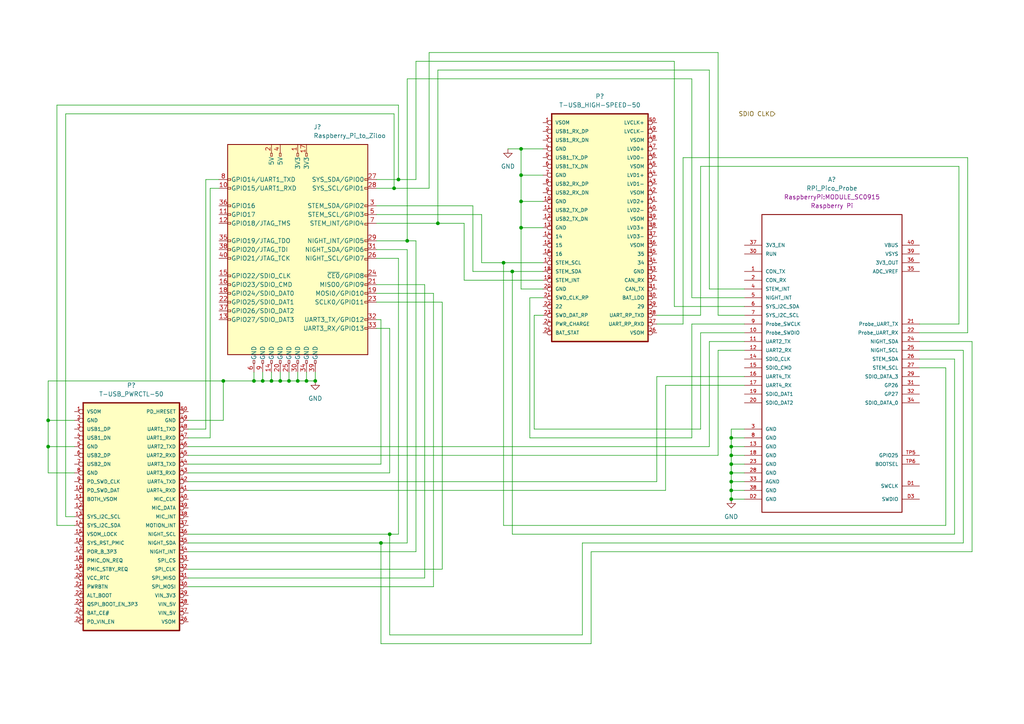
<source format=kicad_sch>
(kicad_sch (version 20211123) (generator eeschema)
  (paper "A4")
  (lib_symbols
    (symbol "Connector:Raspberry_Pi_to_Ziloo" (pin_names (offset 1.016))
      (property "Reference" "J" (at -17.78 31.75 0))
      (property "Value" "Raspberry_Pi_to_Ziloo" (at 10.16 -31.75 0))
      (symbol "Raspberry_Pi_to_Ziloo_0_1"
        (rectangle (start -17.78 33.02) (end 22.86 -27.94) (stroke (width 0.254)) (fill (type background)))
      )
      (symbol "Raspberry_Pi_to_Ziloo_1_1"
        (rectangle (start -16.891 -17.526) (end -17.78 -18.034))
        (rectangle (start -16.891 -14.986) (end -17.78 -15.494))
        (rectangle (start -16.891 -12.446) (end -17.78 -12.954))
        (rectangle (start -16.891 -9.906) (end -17.78 -10.414))
        (rectangle (start -16.891 -7.366) (end -17.78 -7.874))
        (rectangle (start -16.891 -4.826) (end -17.78 -5.334))
        (rectangle (start -16.891 0.254) (end -17.78 -0.254))
        (rectangle (start -16.891 2.794) (end -17.78 2.286))
        (rectangle (start -16.891 5.334) (end -17.78 4.826))
        (rectangle (start -16.891 10.414) (end -17.78 9.906))
        (rectangle (start -16.891 12.954) (end -17.78 12.446))
        (rectangle (start -16.891 15.494) (end -17.78 14.986))
        (rectangle (start -16.891 20.574) (end -17.78 20.066))
        (rectangle (start -16.891 23.114) (end -17.78 22.606))
        (rectangle (start -10.414 -29.591) (end -9.906 -30.48))
        (rectangle (start -7.874 -29.591) (end -7.366 -30.48))
        (rectangle (start -5.334 -29.591) (end -4.826 -30.48))
        (rectangle (start -5.334 30.48) (end -4.826 29.591))
        (rectangle (start -2.794 -29.591) (end -2.286 -30.48))
        (rectangle (start -2.794 30.48) (end -2.286 29.591))
        (rectangle (start -0.254 -29.591) (end 0.254 -30.48))
        (rectangle (start 2.286 -29.591) (end 2.794 -30.48))
        (rectangle (start 2.286 30.48) (end 2.794 29.591))
        (rectangle (start 4.826 -29.591) (end 5.334 -30.48))
        (rectangle (start 4.826 30.48) (end 5.334 29.591))
        (rectangle (start 7.366 -29.591) (end 7.874 -30.48))
        (rectangle (start 22.86 -20.066) (end 21.971 -20.574))
        (rectangle (start 22.86 -17.526) (end 21.971 -18.034))
        (rectangle (start 22.86 -12.446) (end 21.971 -12.954))
        (rectangle (start 22.86 -9.906) (end 21.971 -10.414))
        (rectangle (start 22.86 -7.366) (end 21.971 -7.874))
        (rectangle (start 22.86 -4.826) (end 21.971 -5.334))
        (rectangle (start 22.86 0) (end 21.971 -0.508))
        (rectangle (start 22.86 2.794) (end 21.971 2.286))
        (rectangle (start 22.86 5.334) (end 21.971 4.826))
        (rectangle (start 22.86 10.16) (end 21.971 9.652))
        (rectangle (start 22.86 12.954) (end 21.971 12.446))
        (rectangle (start 22.86 15.494) (end 21.971 14.986))
        (rectangle (start 22.86 20.574) (end 21.971 20.066))
        (rectangle (start 22.86 23.114) (end 21.971 22.606))
        (pin power_in line (at 2.54 33.02 270) (length 2.54) (name "3V3") (number "1"))
        (pin bidirectional line (at -20.32 20.32 0) (length 2.54) (name "GPIO15/UART1_RXD") (number "10"))
        (pin bidirectional line (at -20.32 12.7 0) (length 2.54) (name "GPIO17") (number "11"))
        (pin bidirectional line (at -20.32 10.16 0) (length 2.54) (name "GPIO18/JTAG_TMS") (number "12"))
        (pin bidirectional line (at -20.32 -17.78 0) (length 2.54) (name "GPIO27/SDIO_DAT3") (number "13"))
        (pin power_in line (at -5.08 -33.02 90) (length 2.54) (name "GND") (number "14"))
        (pin bidirectional line (at -20.32 -5.08 0) (length 2.54) (name "GPIO22/SDIO_CLK") (number "15"))
        (pin bidirectional line (at -20.32 -7.62 0) (length 2.54) (name "GPIO23/SDIO_CMD") (number "16"))
        (pin power_in line (at 5.08 33.02 270) (length 2.54) (name "3V3") (number "17"))
        (pin bidirectional line (at -20.32 -10.16 0) (length 2.54) (name "GPIO24/SDIO_DAT0") (number "18"))
        (pin bidirectional line (at 25.4 -10.16 180) (length 2.54) (name "MOSI0/GPIO10") (number "19"))
        (pin power_in line (at -5.08 33.02 270) (length 2.54) (name "5V") (number "2"))
        (pin power_in line (at -2.54 -33.02 90) (length 2.54) (name "GND") (number "20"))
        (pin bidirectional line (at 25.4 -7.62 180) (length 2.54) (name "MISO0/GPIO9") (number "21"))
        (pin bidirectional line (at -20.32 -12.7 0) (length 2.54) (name "GPIO25/SDIO_DAT1") (number "22"))
        (pin bidirectional line (at 25.4 -12.7 180) (length 2.54) (name "SCLK0/GPIO11") (number "23"))
        (pin bidirectional line (at 25.4 -5.08 180) (length 2.54) (name "~{CE0}/GPIO8") (number "24"))
        (pin power_in line (at 0 -33.02 90) (length 2.54) (name "GND") (number "25"))
        (pin bidirectional line (at 25.4 0 180) (length 2.54) (name "NIGHT_SCL/GPIO7") (number "26"))
        (pin bidirectional line (at 25.4 22.86 180) (length 2.54) (name "SYS_SDA/GPIO0") (number "27"))
        (pin bidirectional line (at 25.4 20.32 180) (length 2.54) (name "SYS_SCL/GPIO1") (number "28"))
        (pin bidirectional line (at 25.4 5.08 180) (length 2.54) (name "NIGHT_INT/GPIO5") (number "29"))
        (pin bidirectional line (at 25.4 15.24 180) (length 2.54) (name "STEM_SDA/GPIO2") (number "3"))
        (pin power_in line (at 2.54 -33.02 90) (length 2.54) (name "GND") (number "30"))
        (pin bidirectional line (at 25.4 2.54 180) (length 2.54) (name "NIGHT_SDA/GPIO6") (number "31"))
        (pin bidirectional line (at 25.4 -17.78 180) (length 2.54) (name "UART3_TX/GPIO12") (number "32"))
        (pin bidirectional line (at 25.4 -20.32 180) (length 2.54) (name "UART3_RX/GPIO13") (number "33"))
        (pin power_in line (at 5.08 -33.02 90) (length 2.54) (name "GND") (number "34"))
        (pin bidirectional line (at -20.32 5.08 0) (length 2.54) (name "GPIO19/JTAG_TDO") (number "35"))
        (pin bidirectional line (at -20.32 15.24 0) (length 2.54) (name "GPIO16") (number "36"))
        (pin bidirectional line (at -20.32 -15.24 0) (length 2.54) (name "GPIO26/SDIO_DAT2") (number "37"))
        (pin bidirectional line (at -20.32 2.54 0) (length 2.54) (name "GPIO20/JTAG_TDI") (number "38"))
        (pin power_in line (at 7.62 -33.02 90) (length 2.54) (name "GND") (number "39"))
        (pin power_in line (at -2.54 33.02 270) (length 2.54) (name "5V") (number "4"))
        (pin bidirectional line (at -20.32 0 0) (length 2.54) (name "GPIO21/JTAG_TCK") (number "40"))
        (pin bidirectional line (at 25.4 12.7 180) (length 2.54) (name "STEM_SCL/GPIO3") (number "5"))
        (pin power_in line (at -10.16 -33.02 90) (length 2.54) (name "GND") (number "6"))
        (pin bidirectional line (at 25.4 10.16 180) (length 2.54) (name "STEM_INT/GPIO4") (number "7"))
        (pin bidirectional line (at -20.32 22.86 0) (length 2.54) (name "GPIO14/UART1_TXD") (number "8"))
        (pin power_in line (at -7.62 -33.02 90) (length 2.54) (name "GND") (number "9"))
      )
    )
    (symbol "DF40C-50DS:T-USB_HIGH-SPEED-50" (pin_names (offset 1.016))
      (property "Reference" "P" (at -16.51 33.6804 0))
      (property "Value" "T-USB_HIGH-SPEED-50" (at -11.4554 -36.8808 0))
      (symbol "T-USB_HIGH-SPEED-50_0_0"
        (rectangle (start -13.97 -33.02) (end 13.97 33.02) (stroke (width 0.4064)) (fill (type background)))
        (pin passive inverted (at -16.51 30.48 0) (length 2.54) (name "VSOM") (number "1"))
        (pin passive inverted (at -16.51 7.62 0) (length 2.54) (name "GND") (number "10"))
        (pin passive inverted (at -16.51 5.08 0) (length 2.54) (name "USB2_TX_DP") (number "11"))
        (pin passive inverted (at -16.51 2.54 0) (length 2.54) (name "USB2_TX_DN") (number "12"))
        (pin passive inverted (at -16.51 0 0) (length 2.54) (name "GND") (number "13"))
        (pin passive inverted (at -16.51 -2.54 0) (length 2.54) (name "14") (number "14"))
        (pin passive inverted (at -16.51 -5.08 0) (length 2.54) (name "15") (number "15"))
        (pin passive inverted (at -16.51 -7.62 0) (length 2.54) (name "16") (number "16"))
        (pin passive inverted (at -16.51 -10.16 0) (length 2.54) (name "STEM_SCL") (number "17"))
        (pin passive inverted (at -16.51 -12.7 0) (length 2.54) (name "STEM_SDA") (number "18"))
        (pin passive inverted (at -16.51 -15.24 0) (length 2.54) (name "STEM_INT") (number "19"))
        (pin passive inverted (at -16.51 27.94 0) (length 2.54) (name "USB1_RX_DP") (number "2"))
        (pin passive inverted (at -16.51 -17.78 0) (length 2.54) (name "GND") (number "20"))
        (pin passive inverted (at -16.51 -20.32 0) (length 2.54) (name "SWD_CLK_RP") (number "21"))
        (pin passive inverted (at -16.51 -22.86 0) (length 2.54) (name "22") (number "22"))
        (pin passive inverted (at -16.51 -25.4 0) (length 2.54) (name "SWD_DAT_RP") (number "23"))
        (pin passive inverted (at -16.51 -27.94 0) (length 2.54) (name "PWR_CHARGE") (number "24"))
        (pin passive inverted (at -16.51 -30.48 0) (length 2.54) (name "BAT_STAT") (number "25"))
        (pin passive inverted (at 16.51 -30.48 180) (length 2.54) (name "VSOM") (number "26"))
        (pin passive inverted (at 16.51 -27.94 180) (length 2.54) (name "UART_RP_RXD") (number "27"))
        (pin passive inverted (at 16.51 -25.4 180) (length 2.54) (name "UART_RP_TXD") (number "28"))
        (pin passive inverted (at 16.51 -22.86 180) (length 2.54) (name "29") (number "29"))
        (pin passive inverted (at -16.51 25.4 0) (length 2.54) (name "USB1_RX_DN") (number "3"))
        (pin passive inverted (at 16.51 -20.32 180) (length 2.54) (name "BAT_LDO") (number "30"))
        (pin passive inverted (at 16.51 -17.78 180) (length 2.54) (name "CAN_TX") (number "31"))
        (pin passive inverted (at 16.51 -15.24 180) (length 2.54) (name "CAN_RX") (number "32"))
        (pin passive inverted (at 16.51 -12.7 180) (length 2.54) (name "GND") (number "33"))
        (pin passive inverted (at 16.51 -10.16 180) (length 2.54) (name "34") (number "34"))
        (pin passive inverted (at 16.51 -7.62 180) (length 2.54) (name "35") (number "35"))
        (pin passive inverted (at 16.51 -5.08 180) (length 2.54) (name "VSOM") (number "36"))
        (pin passive inverted (at 16.51 -2.54 180) (length 2.54) (name "LVD3-") (number "37"))
        (pin passive inverted (at 16.51 0 180) (length 2.54) (name "LVD3+") (number "38"))
        (pin passive inverted (at 16.51 2.54 180) (length 2.54) (name "VSOM") (number "39"))
        (pin passive inverted (at -16.51 22.86 0) (length 2.54) (name "GND") (number "4"))
        (pin passive inverted (at 16.51 5.08 180) (length 2.54) (name "LVD2-") (number "40"))
        (pin passive inverted (at 16.51 7.62 180) (length 2.54) (name "LVD2+") (number "41"))
        (pin passive inverted (at 16.51 10.16 180) (length 2.54) (name "VSOM") (number "42"))
        (pin passive inverted (at 16.51 12.7 180) (length 2.54) (name "LVD1-") (number "43"))
        (pin passive inverted (at 16.51 15.24 180) (length 2.54) (name "LVD1+") (number "44"))
        (pin passive inverted (at 16.51 17.78 180) (length 2.54) (name "VSOM") (number "45"))
        (pin passive inverted (at 16.51 20.32 180) (length 2.54) (name "LVD0-") (number "46"))
        (pin passive inverted (at 16.51 22.86 180) (length 2.54) (name "LVD0+") (number "47"))
        (pin passive inverted (at 16.51 25.4 180) (length 2.54) (name "VSOM") (number "48"))
        (pin passive inverted (at 16.51 27.94 180) (length 2.54) (name "LVCLK-") (number "49"))
        (pin passive inverted (at -16.51 20.32 0) (length 2.54) (name "USB1_TX_DP") (number "5"))
        (pin passive inverted (at 16.51 30.48 180) (length 2.54) (name "LVCLK+") (number "50"))
        (pin passive inverted (at -16.51 17.78 0) (length 2.54) (name "USB1_TX_DN") (number "6"))
        (pin passive inverted (at -16.51 15.24 0) (length 2.54) (name "GND") (number "7"))
        (pin passive inverted (at -16.51 12.7 0) (length 2.54) (name "USB2_RX_DP") (number "8"))
        (pin passive inverted (at -16.51 10.16 0) (length 2.54) (name "USB2_RX_DN") (number "9"))
      )
    )
    (symbol "DF40C-50DS:T-USB_PWRCTL-50" (pin_names (offset 1.016))
      (property "Reference" "P" (at -16.51 33.6804 0))
      (property "Value" "T-USB_PWRCTL-50" (at -11.4554 -36.8808 0))
      (symbol "T-USB_PWRCTL-50_0_0"
        (rectangle (start -13.97 -33.02) (end 13.97 33.02) (stroke (width 0.4064)) (fill (type background)))
        (pin passive inverted (at -16.51 30.48 0) (length 2.54) (name "VSOM") (number "1"))
        (pin passive inverted (at -16.51 7.62 0) (length 2.54) (name "PD_SWD_DAT") (number "10"))
        (pin passive inverted (at -16.51 5.08 0) (length 2.54) (name "BOTH_VSOM") (number "11"))
        (pin passive inverted (at -16.51 2.54 0) (length 2.54) (name "") (number "12"))
        (pin passive inverted (at -16.51 0 0) (length 2.54) (name "SYS_I2C_SCL") (number "13"))
        (pin passive inverted (at -16.51 -2.54 0) (length 2.54) (name "SYS_I2C_SDA") (number "14"))
        (pin passive inverted (at -16.51 -5.08 0) (length 2.54) (name "VSOM_LOCK") (number "15"))
        (pin passive inverted (at -16.51 -7.62 0) (length 2.54) (name "SYS_RST_PMIC") (number "16"))
        (pin passive inverted (at -16.51 -10.16 0) (length 2.54) (name "POR_B_3P3") (number "17"))
        (pin passive inverted (at -16.51 -12.7 0) (length 2.54) (name "PMIC_ON_REQ") (number "18"))
        (pin passive inverted (at -16.51 -15.24 0) (length 2.54) (name "PMIC_STBY_REQ") (number "19"))
        (pin passive inverted (at -16.51 27.94 0) (length 2.54) (name "GND") (number "2"))
        (pin passive inverted (at -16.51 -17.78 0) (length 2.54) (name "VCC_RTC") (number "20"))
        (pin passive inverted (at -16.51 -20.32 0) (length 2.54) (name "PWRBTN") (number "21"))
        (pin passive inverted (at -16.51 -22.86 0) (length 2.54) (name "ALT_BOOT") (number "22"))
        (pin passive inverted (at -16.51 -25.4 0) (length 2.54) (name "QSPI_BOOT_EN_3P3") (number "23"))
        (pin passive inverted (at -16.51 -27.94 0) (length 2.54) (name "BAT_CE#") (number "24"))
        (pin passive inverted (at -16.51 -30.48 0) (length 2.54) (name "PD_VIN_EN") (number "25"))
        (pin passive inverted (at 16.51 -30.48 180) (length 2.54) (name "VSOM") (number "26"))
        (pin passive inverted (at 16.51 -27.94 180) (length 2.54) (name "VIN_5V") (number "27"))
        (pin passive inverted (at 16.51 -25.4 180) (length 2.54) (name "VIN_5V") (number "28"))
        (pin passive inverted (at 16.51 -22.86 180) (length 2.54) (name "VIN_3V3") (number "29"))
        (pin passive inverted (at -16.51 25.4 0) (length 2.54) (name "USB1_DP") (number "3"))
        (pin passive inverted (at 16.51 -20.32 180) (length 2.54) (name "SPI_MOSI") (number "30"))
        (pin passive inverted (at 16.51 -17.78 180) (length 2.54) (name "SPI_MISO") (number "31"))
        (pin passive inverted (at 16.51 -15.24 180) (length 2.54) (name "SPI_CLK") (number "32"))
        (pin passive inverted (at 16.51 -12.7 180) (length 2.54) (name "SPI_CS") (number "33"))
        (pin passive inverted (at 16.51 -10.16 180) (length 2.54) (name "NIGHT_INT") (number "34"))
        (pin passive inverted (at 16.51 -7.62 180) (length 2.54) (name "NIGHT_SDA") (number "35"))
        (pin passive inverted (at 16.51 -5.08 180) (length 2.54) (name "NIGHT_SCL") (number "36"))
        (pin passive inverted (at 16.51 -2.54 180) (length 2.54) (name "MOTION_INT") (number "37"))
        (pin passive inverted (at 16.51 0 180) (length 2.54) (name "MIC_INT") (number "38"))
        (pin passive inverted (at 16.51 2.54 180) (length 2.54) (name "MIC_DATA") (number "39"))
        (pin passive inverted (at -16.51 22.86 0) (length 2.54) (name "USB1_DN") (number "4"))
        (pin passive inverted (at 16.51 5.08 180) (length 2.54) (name "MIC_CLK") (number "40"))
        (pin passive inverted (at 16.51 7.62 180) (length 2.54) (name "UART4_RXD") (number "41"))
        (pin passive inverted (at 16.51 10.16 180) (length 2.54) (name "UART4_TXD") (number "42"))
        (pin passive inverted (at 16.51 12.7 180) (length 2.54) (name "UART3_RXD") (number "43"))
        (pin passive inverted (at 16.51 15.24 180) (length 2.54) (name "UART3_TXD") (number "44"))
        (pin passive inverted (at 16.51 17.78 180) (length 2.54) (name "UART2_RXD") (number "45"))
        (pin passive inverted (at 16.51 20.32 180) (length 2.54) (name "UART2_TXD") (number "46"))
        (pin passive inverted (at 16.51 22.86 180) (length 2.54) (name "UART1_RXD") (number "47"))
        (pin passive inverted (at 16.51 25.4 180) (length 2.54) (name "UART1_TXD") (number "48"))
        (pin passive inverted (at 16.51 27.94 180) (length 2.54) (name "GND") (number "49"))
        (pin passive inverted (at -16.51 20.32 0) (length 2.54) (name "GND") (number "5"))
        (pin passive inverted (at 16.51 30.48 180) (length 2.54) (name "PD_HRESET") (number "50"))
        (pin passive inverted (at -16.51 17.78 0) (length 2.54) (name "USB2_DP") (number "6"))
        (pin passive inverted (at -16.51 15.24 0) (length 2.54) (name "USB2_DN") (number "7"))
        (pin passive inverted (at -16.51 12.7 0) (length 2.54) (name "GND") (number "8"))
        (pin passive inverted (at -16.51 10.16 0) (length 2.54) (name "PD_SWD_CLK") (number "9"))
      )
    )
    (symbol "RPi Pico:RPi_Pico_Probe" (pin_names (offset 1.016))
      (property "Reference" "A1" (at 0 50.8 0))
      (property "Value" "RPi_Pico_Probe" (at 0 48.26 0))
      (property "Footprint" "RaspberryPi:MODULE_SC0915" (at -12.7 -46.99 0))
      (property "manufacturer" "Raspberry Pi" (at 0 45.72 0))
      (symbol "RPi_Pico_Probe_0_0"
        (rectangle (start -20.32 -43.18) (end 20.32 43.18) (stroke (width 0.254)))
        (pin bidirectional line (at -25.4 26.67 0) (length 5.08) (name "CON_TX") (number "1"))
        (pin bidirectional line (at -25.4 8.89 0) (length 5.08) (name "Probe_SWDIO") (number "10"))
        (pin bidirectional line (at -25.4 6.35 0) (length 5.08) (name "UART2_TX") (number "11"))
        (pin bidirectional line (at -25.4 3.81 0) (length 5.08) (name "UART2_RX") (number "12"))
        (pin power_in line (at -25.4 -24.13 0) (length 5.08) (name "GND") (number "13"))
        (pin bidirectional line (at -25.4 1.27 0) (length 5.08) (name "SDIO_CLK") (number "14"))
        (pin bidirectional line (at -25.4 -1.27 0) (length 5.08) (name "SDIO_CMD") (number "15"))
        (pin bidirectional line (at -25.4 -3.81 0) (length 5.08) (name "UART4_TX") (number "16"))
        (pin bidirectional line (at -25.4 -6.35 0) (length 5.08) (name "UART4_RX") (number "17"))
        (pin power_in line (at -25.4 -26.67 0) (length 5.08) (name "GND") (number "18"))
        (pin bidirectional line (at -25.4 -8.89 0) (length 5.08) (name "SDIO_DAT1") (number "19"))
        (pin bidirectional line (at -25.4 24.13 0) (length 5.08) (name "CON_RX") (number "2"))
        (pin bidirectional line (at -25.4 -11.43 0) (length 5.08) (name "SDIO_DAT2") (number "20"))
        (pin bidirectional line (at 25.4 11.43 180) (length 5.08) (name "Probe_UART_TX") (number "21"))
        (pin bidirectional line (at 25.4 8.89 180) (length 5.08) (name "Probe_UART_RX") (number "22"))
        (pin power_in line (at -25.4 -29.21 0) (length 5.08) (name "GND") (number "23"))
        (pin bidirectional line (at 25.4 6.35 180) (length 5.08) (name "NIGHT_SDA") (number "24"))
        (pin bidirectional line (at 25.4 3.81 180) (length 5.08) (name "NIGHT_SCL") (number "25"))
        (pin bidirectional line (at 25.4 1.27 180) (length 5.08) (name "STEM_SDA") (number "26"))
        (pin bidirectional line (at 25.4 -1.27 180) (length 5.08) (name "STEM_SCL") (number "27"))
        (pin power_in line (at -25.4 -31.75 0) (length 5.08) (name "GND") (number "28"))
        (pin bidirectional line (at 25.4 -3.81 180) (length 5.08) (name "SDIO_DATA_3") (number "29"))
        (pin power_in line (at -25.4 -19.05 0) (length 5.08) (name "GND") (number "3"))
        (pin input line (at -25.4 31.75 0) (length 5.08) (name "RUN") (number "30"))
        (pin bidirectional line (at 25.4 -6.35 180) (length 5.08) (name "GP26") (number "31"))
        (pin bidirectional line (at 25.4 -8.89 180) (length 5.08) (name "GP27") (number "32"))
        (pin power_in line (at -25.4 -34.29 0) (length 5.08) (name "AGND") (number "33"))
        (pin bidirectional line (at 25.4 -11.43 180) (length 5.08) (name "SDIO_DATA_0") (number "34"))
        (pin power_in line (at 25.4 26.67 180) (length 5.08) (name "ADC_VREF") (number "35"))
        (pin power_in line (at 25.4 29.21 180) (length 5.08) (name "3V3_OUT") (number "36"))
        (pin input line (at -25.4 34.29 0) (length 5.08) (name "3V3_EN") (number "37"))
        (pin power_in line (at -25.4 -36.83 0) (length 5.08) (name "GND") (number "38"))
        (pin free line (at 25.4 31.75 180) (length 5.08) (name "VSYS") (number "39"))
        (pin bidirectional line (at -25.4 21.59 0) (length 5.08) (name "STEM_INT") (number "4"))
        (pin free line (at 25.4 34.29 180) (length 5.08) (name "VBUS") (number "40"))
        (pin bidirectional line (at -25.4 19.05 0) (length 5.08) (name "NIGHT_INT") (number "5"))
        (pin bidirectional line (at -25.4 16.51 0) (length 5.08) (name "SYS_I2C_SDA") (number "6"))
        (pin bidirectional line (at -25.4 13.97 0) (length 5.08) (name "SYS_I2C_SCL") (number "7"))
        (pin power_in line (at -25.4 -21.59 0) (length 5.08) (name "GND") (number "8"))
        (pin bidirectional line (at -25.4 11.43 0) (length 5.08) (name "Probe_SWCLK") (number "9"))
        (pin bidirectional line (at 25.4 -35.56 180) (length 5.08) (name "SWCLK") (number "D1"))
        (pin power_in line (at -25.4 -39.37 0) (length 5.08) (name "GND") (number "D2"))
        (pin bidirectional line (at 25.4 -39.37 180) (length 5.08) (name "SWDIO") (number "D3"))
        (pin bidirectional line (at 25.4 -26.67 180) (length 5.08) (name "GPIO25") (number "TP5"))
        (pin bidirectional line (at 25.4 -29.21 180) (length 5.08) (name "BOOTSEL") (number "TP6"))
      )
    )
    (symbol "power:GND" (power) (pin_names (offset 0))
      (property "Value" "GND" (at 0 -3.81 0))
      (symbol "GND_0_1"
        (polyline (pts (xy 0 0) (xy 0 -1.27) (xy 1.27 -1.27) (xy 0 -2.54) (xy -1.27 -1.27) (xy 0 -1.27)))
      )
      (symbol "GND_1_1"
        (pin power_in line (at 0 0 270) (length 0) hide (name "GND") (number "1"))
      )
    )
  )
  (junction (at 212.09 144.78))
  (junction (at 127 64.77))
  (junction (at 146.05 76.2))
  (junction (at 13.97 121.92))
  (junction (at 212.09 129.54))
  (junction (at 212.09 137.16))
  (junction (at 81.28 110.49))
  (junction (at 148.59 78.74))
  (junction (at 83.82 110.49))
  (junction (at 212.09 134.62))
  (junction (at 212.09 139.7))
  (junction (at 91.44 110.49))
  (junction (at 78.74 110.49))
  (junction (at 151.13 58.42))
  (junction (at 76.2 110.49))
  (junction (at 88.9 110.49))
  (junction (at 114.3 54.61))
  (junction (at 151.13 50.8))
  (junction (at 212.09 142.24))
  (junction (at 110.49 157.48))
  (junction (at 151.13 43.18))
  (junction (at 73.66 110.49))
  (junction (at 151.13 66.04))
  (junction (at 212.09 132.08))
  (junction (at 115.57 52.07))
  (junction (at 64.77 110.49))
  (junction (at 212.09 127))
  (junction (at 86.36 110.49))
  (junction (at 13.97 129.54))
  (junction (at 113.03 154.94))
  (junction (at 118.11 69.85))
  (wire (pts (xy 63.5 52.07) (xy 59.69 52.07)))
  (wire (pts (xy 151.13 83.82) (xy 157.48 83.82)))
  (wire (pts (xy 137.16 59.69) (xy 137.16 78.74)))
  (wire (pts (xy 151.13 58.42) (xy 157.48 58.42)))
  (wire (pts (xy 276.86 154.94) (xy 148.59 154.94)))
  (wire (pts (xy 280.67 45.72) (xy 280.67 96.52)))
  (wire (pts (xy 19.05 33.02) (xy 114.3 33.02)))
  (wire (pts (xy 171.45 186.69) (xy 110.49 186.69)))
  (wire (pts (xy 212.09 144.78) (xy 212.09 142.24)))
  (wire (pts (xy 76.2 107.95) (xy 76.2 110.49)))
  (wire (pts (xy 266.7 99.06) (xy 281.94 99.06)))
  (wire (pts (xy 109.22 64.77) (xy 127 64.77)))
  (wire (pts (xy 113.03 137.16) (xy 113.03 95.25)))
  (wire (pts (xy 134.62 81.28) (xy 157.48 81.28)))
  (wire (pts (xy 212.09 132.08) (xy 215.9 132.08)))
  (wire (pts (xy 153.67 86.36) (xy 153.67 127)))
  (wire (pts (xy 113.03 95.25) (xy 109.22 95.25)))
  (wire (pts (xy 168.91 184.15) (xy 113.03 184.15)))
  (wire (pts (xy 212.09 129.54) (xy 212.09 127)))
  (wire (pts (xy 151.13 83.82) (xy 151.13 66.04)))
  (wire (pts (xy 146.05 76.2) (xy 157.48 76.2)))
  (wire (pts (xy 205.74 83.82) (xy 205.74 20.32)))
  (wire (pts (xy 54.61 121.92) (xy 64.77 121.92)))
  (wire (pts (xy 73.66 110.49) (xy 64.77 110.49)))
  (wire (pts (xy 123.19 82.55) (xy 109.22 82.55)))
  (wire (pts (xy 115.57 74.93) (xy 115.57 154.94)))
  (wire (pts (xy 109.22 69.85) (xy 118.11 69.85)))
  (wire (pts (xy 19.05 149.86) (xy 19.05 33.02)))
  (wire (pts (xy 110.49 92.71) (xy 110.49 134.62)))
  (wire (pts (xy 54.61 132.08) (xy 208.28 132.08)))
  (wire (pts (xy 21.59 152.4) (xy 16.51 152.4)))
  (wire (pts (xy 13.97 110.49) (xy 13.97 121.92)))
  (wire (pts (xy 215.9 88.9) (xy 195.58 88.9)))
  (wire (pts (xy 78.74 107.95) (xy 78.74 110.49)))
  (wire (pts (xy 110.49 186.69) (xy 110.49 157.48)))
  (wire (pts (xy 190.5 109.22) (xy 215.9 109.22)))
  (wire (pts (xy 203.2 91.44) (xy 203.2 48.26)))
  (wire (pts (xy 205.74 99.06) (xy 215.9 99.06)))
  (wire (pts (xy 120.65 17.78) (xy 120.65 52.07)))
  (wire (pts (xy 198.12 93.98) (xy 198.12 45.72)))
  (wire (pts (xy 200.66 93.98) (xy 215.9 93.98)))
  (wire (pts (xy 153.67 127) (xy 200.66 127)))
  (wire (pts (xy 212.09 139.7) (xy 212.09 137.16)))
  (wire (pts (xy 190.5 93.98) (xy 198.12 93.98)))
  (wire (pts (xy 212.09 137.16) (xy 215.9 137.16)))
  (wire (pts (xy 205.74 20.32) (xy 127 20.32)))
  (wire (pts (xy 281.94 160.02) (xy 171.45 160.02)))
  (wire (pts (xy 54.61 142.24) (xy 193.04 142.24)))
  (wire (pts (xy 124.46 54.61) (xy 114.3 54.61)))
  (wire (pts (xy 195.58 17.78) (xy 120.65 17.78)))
  (wire (pts (xy 13.97 129.54) (xy 13.97 137.16)))
  (wire (pts (xy 109.22 74.93) (xy 115.57 74.93)))
  (wire (pts (xy 208.28 101.6) (xy 215.9 101.6)))
  (wire (pts (xy 266.7 106.68) (xy 274.32 106.68)))
  (wire (pts (xy 190.5 139.7) (xy 190.5 109.22)))
  (wire (pts (xy 200.66 127) (xy 200.66 93.98)))
  (wire (pts (xy 280.67 96.52) (xy 266.7 96.52)))
  (wire (pts (xy 212.09 124.46) (xy 215.9 124.46)))
  (wire (pts (xy 134.62 64.77) (xy 134.62 81.28)))
  (wire (pts (xy 203.2 96.52) (xy 215.9 96.52)))
  (wire (pts (xy 120.65 160.02) (xy 54.61 160.02)))
  (wire (pts (xy 266.7 104.14) (xy 276.86 104.14)))
  (wire (pts (xy 151.13 50.8) (xy 151.13 43.18)))
  (wire (pts (xy 91.44 110.49) (xy 88.9 110.49)))
  (wire (pts (xy 13.97 137.16) (xy 21.59 137.16)))
  (wire (pts (xy 13.97 121.92) (xy 13.97 129.54)))
  (wire (pts (xy 279.4 157.48) (xy 168.91 157.48)))
  (wire (pts (xy 73.66 107.95) (xy 73.66 110.49)))
  (wire (pts (xy 123.19 167.64) (xy 123.19 82.55)))
  (wire (pts (xy 109.22 72.39) (xy 118.11 72.39)))
  (wire (pts (xy 54.61 129.54) (xy 205.74 129.54)))
  (wire (pts (xy 212.09 132.08) (xy 212.09 129.54)))
  (wire (pts (xy 21.59 149.86) (xy 19.05 149.86)))
  (wire (pts (xy 125.73 85.09) (xy 109.22 85.09)))
  (wire (pts (xy 109.22 59.69) (xy 137.16 59.69)))
  (wire (pts (xy 215.9 91.44) (xy 208.28 91.44)))
  (wire (pts (xy 200.66 22.86) (xy 118.11 22.86)))
  (wire (pts (xy 212.09 137.16) (xy 212.09 134.62)))
  (wire (pts (xy 171.45 160.02) (xy 171.45 186.69)))
  (wire (pts (xy 13.97 121.92) (xy 21.59 121.92)))
  (wire (pts (xy 64.77 110.49) (xy 13.97 110.49)))
  (wire (pts (xy 215.9 144.78) (xy 212.09 144.78)))
  (wire (pts (xy 115.57 30.48) (xy 115.57 52.07)))
  (wire (pts (xy 200.66 86.36) (xy 200.66 22.86)))
  (wire (pts (xy 168.91 157.48) (xy 168.91 184.15)))
  (wire (pts (xy 208.28 15.24) (xy 124.46 15.24)))
  (wire (pts (xy 266.7 101.6) (xy 279.4 101.6)))
  (wire (pts (xy 59.69 124.46) (xy 54.61 124.46)))
  (wire (pts (xy 151.13 66.04) (xy 151.13 58.42)))
  (wire (pts (xy 54.61 137.16) (xy 113.03 137.16)))
  (wire (pts (xy 212.09 142.24) (xy 212.09 139.7)))
  (wire (pts (xy 54.61 167.64) (xy 123.19 167.64)))
  (wire (pts (xy 139.7 76.2) (xy 146.05 76.2)))
  (wire (pts (xy 76.2 110.49) (xy 73.66 110.49)))
  (wire (pts (xy 274.32 106.68) (xy 274.32 152.4)))
  (wire (pts (xy 109.22 62.23) (xy 139.7 62.23)))
  (wire (pts (xy 151.13 66.04) (xy 157.48 66.04)))
  (wire (pts (xy 13.97 129.54) (xy 21.59 129.54)))
  (wire (pts (xy 212.09 139.7) (xy 215.9 139.7)))
  (wire (pts (xy 208.28 91.44) (xy 208.28 15.24)))
  (wire (pts (xy 81.28 110.49) (xy 78.74 110.49)))
  (wire (pts (xy 127 64.77) (xy 134.62 64.77)))
  (wire (pts (xy 125.73 170.18) (xy 125.73 85.09)))
  (wire (pts (xy 110.49 157.48) (xy 54.61 157.48)))
  (wire (pts (xy 148.59 78.74) (xy 157.48 78.74)))
  (wire (pts (xy 78.74 110.49) (xy 76.2 110.49)))
  (wire (pts (xy 127 20.32) (xy 127 64.77)))
  (wire (pts (xy 195.58 88.9) (xy 195.58 17.78)))
  (wire (pts (xy 124.46 15.24) (xy 124.46 54.61)))
  (wire (pts (xy 212.09 129.54) (xy 215.9 129.54)))
  (wire (pts (xy 110.49 134.62) (xy 54.61 134.62)))
  (wire (pts (xy 215.9 86.36) (xy 200.66 86.36)))
  (wire (pts (xy 83.82 110.49) (xy 81.28 110.49)))
  (wire (pts (xy 137.16 78.74) (xy 148.59 78.74)))
  (wire (pts (xy 198.12 45.72) (xy 280.67 45.72)))
  (wire (pts (xy 212.09 134.62) (xy 215.9 134.62)))
  (wire (pts (xy 88.9 110.49) (xy 86.36 110.49)))
  (wire (pts (xy 81.28 107.95) (xy 81.28 110.49)))
  (wire (pts (xy 118.11 72.39) (xy 118.11 157.48)))
  (wire (pts (xy 203.2 124.46) (xy 203.2 96.52)))
  (wire (pts (xy 190.5 91.44) (xy 203.2 91.44)))
  (wire (pts (xy 157.48 86.36) (xy 153.67 86.36)))
  (wire (pts (xy 278.13 48.26) (xy 278.13 93.98)))
  (wire (pts (xy 109.22 92.71) (xy 110.49 92.71)))
  (wire (pts (xy 212.09 127) (xy 212.09 124.46)))
  (wire (pts (xy 88.9 107.95) (xy 88.9 110.49)))
  (wire (pts (xy 148.59 154.94) (xy 148.59 78.74)))
  (wire (pts (xy 193.04 142.24) (xy 193.04 111.76)))
  (wire (pts (xy 63.5 54.61) (xy 60.96 54.61)))
  (wire (pts (xy 118.11 69.85) (xy 120.65 69.85)))
  (wire (pts (xy 115.57 154.94) (xy 113.03 154.94)))
  (wire (pts (xy 205.74 129.54) (xy 205.74 99.06)))
  (wire (pts (xy 151.13 58.42) (xy 151.13 50.8)))
  (wire (pts (xy 278.13 93.98) (xy 266.7 93.98)))
  (wire (pts (xy 276.86 104.14) (xy 276.86 154.94)))
  (wire (pts (xy 147.32 43.18) (xy 151.13 43.18)))
  (wire (pts (xy 113.03 154.94) (xy 54.61 154.94)))
  (wire (pts (xy 128.27 87.63) (xy 109.22 87.63)))
  (wire (pts (xy 215.9 83.82) (xy 205.74 83.82)))
  (wire (pts (xy 113.03 184.15) (xy 113.03 154.94)))
  (wire (pts (xy 128.27 165.1) (xy 128.27 87.63)))
  (wire (pts (xy 60.96 127) (xy 54.61 127)))
  (wire (pts (xy 86.36 107.95) (xy 86.36 110.49)))
  (wire (pts (xy 59.69 52.07) (xy 59.69 124.46)))
  (wire (pts (xy 83.82 107.95) (xy 83.82 110.49)))
  (wire (pts (xy 154.94 124.46) (xy 203.2 124.46)))
  (wire (pts (xy 16.51 152.4) (xy 16.51 30.48)))
  (wire (pts (xy 151.13 50.8) (xy 157.48 50.8)))
  (wire (pts (xy 139.7 62.23) (xy 139.7 76.2)))
  (wire (pts (xy 212.09 127) (xy 215.9 127)))
  (wire (pts (xy 281.94 99.06) (xy 281.94 160.02)))
  (wire (pts (xy 115.57 52.07) (xy 109.22 52.07)))
  (wire (pts (xy 279.4 101.6) (xy 279.4 157.48)))
  (wire (pts (xy 86.36 110.49) (xy 83.82 110.49)))
  (wire (pts (xy 146.05 152.4) (xy 146.05 76.2)))
  (wire (pts (xy 120.65 52.07) (xy 115.57 52.07)))
  (wire (pts (xy 212.09 134.62) (xy 212.09 132.08)))
  (wire (pts (xy 118.11 22.86) (xy 118.11 69.85)))
  (wire (pts (xy 118.11 157.48) (xy 110.49 157.48)))
  (wire (pts (xy 212.09 142.24) (xy 215.9 142.24)))
  (wire (pts (xy 120.65 69.85) (xy 120.65 160.02)))
  (wire (pts (xy 16.51 30.48) (xy 115.57 30.48)))
  (wire (pts (xy 203.2 48.26) (xy 278.13 48.26)))
  (wire (pts (xy 114.3 54.61) (xy 109.22 54.61)))
  (wire (pts (xy 114.3 33.02) (xy 114.3 54.61)))
  (wire (pts (xy 54.61 139.7) (xy 190.5 139.7)))
  (wire (pts (xy 64.77 110.49) (xy 64.77 121.92)))
  (wire (pts (xy 274.32 152.4) (xy 146.05 152.4)))
  (wire (pts (xy 91.44 107.95) (xy 91.44 110.49)))
  (wire (pts (xy 157.48 91.44) (xy 154.94 91.44)))
  (wire (pts (xy 54.61 165.1) (xy 128.27 165.1)))
  (wire (pts (xy 151.13 43.18) (xy 157.48 43.18)))
  (wire (pts (xy 193.04 111.76) (xy 215.9 111.76)))
  (wire (pts (xy 54.61 170.18) (xy 125.73 170.18)))
  (wire (pts (xy 154.94 91.44) (xy 154.94 124.46)))
  (wire (pts (xy 208.28 132.08) (xy 208.28 101.6)))
  (wire (pts (xy 60.96 54.61) (xy 60.96 127)))
  (hierarchical_label "SDIO CLK" (shape input) (at 224.79 33.02 180))
  (symbol (lib_id "DF40C-50DS:T-USB_PWRCTL-50") (at 38.1 149.86 0) (unit 1)
    (property "Reference" "P?" (at 38.1 111.76 0))
    (property "Value" "T-USB_PWRCTL-50" (at 38.1 114.3 0))
    (property "Footprint" "HRS_DF40C-50DS-0.4V(51)" (effects hide))
    (property "MANUFACTURER" "Hirose Electric Co Ltd" (effects hide))
  )
  (symbol (lib_id "DF40C-50DS:T-USB_HIGH-SPEED-50") (at 173.99 66.04 0) (unit 1)
    (property "Reference" "P?" (at 173.99 27.94 0))
    (property "Value" "T-USB_HIGH-SPEED-50" (at 173.99 30.48 0))
    (property "Footprint" "HRS_DF40C-50DS-0.4V(51)" (effects hide))
    (property "MANUFACTURER" "Hirose Electric Co Ltd" (effects hide))
  )
  (symbol (lib_id "power:GND") (at 147.32 43.18 0) (unit 1)
    (property "Reference" "#PWR?" (effects hide))
    (property "Value" "GND" (at 147.32 48.26 0))
  )
  (symbol (lib_id "power:GND") (at 91.44 110.49 0) (unit 1)
    (property "Reference" "#PWR?" (effects hide))
    (property "Value" "GND" (at 91.44 115.57 0))
  )
  (symbol (lib_id "Connector:Raspberry_Pi_to_Ziloo") (at 83.82 74.93 0) (unit 1)
    (property "Reference" "J?" (at 90.9194 36.83 0) (effects (justify left)))
    (property "Value" "Raspberry_Pi_to_Ziloo" (at 90.9194 39.37 0) (effects (justify left)))
    (property "Datasheet" "https://www.raspberrypi.org/documentation/hardware/raspberrypi/schematics/rpi_SCH_3bplus_1p0_reduced.pdf" (effects hide))
  )
  (symbol (lib_id "power:GND") (at 212.09 144.78 0) (unit 1)
    (property "Reference" "#PWR?" (effects hide))
    (property "Value" "GND" (at 212.09 149.86 0))
  )
  (symbol (lib_id "RPi Pico:RPi_Pico_Probe") (at 241.3 105.41 0) (unit 1)
    (property "Reference" "A?" (at 241.3 52.07 0))
    (property "Value" "RPi_Pico_Probe" (at 241.3 54.61 0))
    (property "Footprint" "RaspberryPi:MODULE_SC0915" (at 241.3 57.15 0))
    (property "Datasheet" "https://datasheets.raspberrypi.com/pico/pico-datasheet.pdf" (effects hide))
    (property "manufacturer" "Raspberry Pi" (at 241.3 59.69 0))
    (property "P/N" "SC0915" (effects hide))
    (property "PARTREV" "1.6" (effects hide))
    (property "MAXIMUM_PACKAGE_HEIGHT" "3.73mm" (effects hide))
  )
)
</source>
